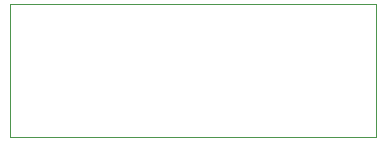
<source format=gbr>
%TF.GenerationSoftware,KiCad,Pcbnew,(6.0.0)*%
%TF.CreationDate,2022-02-12T21:10:29+08:00*%
%TF.ProjectId,USB-TTL-V1,5553422d-5454-44c2-9d56-312e6b696361,rev?*%
%TF.SameCoordinates,Original*%
%TF.FileFunction,Profile,NP*%
%FSLAX46Y46*%
G04 Gerber Fmt 4.6, Leading zero omitted, Abs format (unit mm)*
G04 Created by KiCad (PCBNEW (6.0.0)) date 2022-02-12 21:10:29*
%MOMM*%
%LPD*%
G01*
G04 APERTURE LIST*
%TA.AperFunction,Profile*%
%ADD10C,0.100000*%
%TD*%
G04 APERTURE END LIST*
D10*
X102330000Y-81570000D02*
X133340000Y-81570000D01*
X133340000Y-81570000D02*
X133340000Y-92870000D01*
X133340000Y-92870000D02*
X102330000Y-92870000D01*
X102330000Y-92870000D02*
X102330000Y-81570000D01*
M02*

</source>
